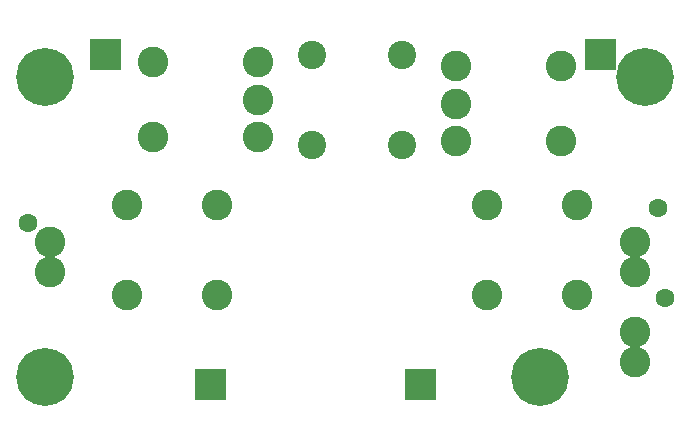
<source format=gbr>
%FSLAX34Y34*%
%MOMM*%
%LNSOLDERMASK_TOP*%
G71*
G01*
%ADD10C,2.600*%
%ADD11C,2.600*%
%ADD12C,2.400*%
%ADD13C,1.600*%
%ADD14C,4.900*%
%LPD*%
X120067Y190766D02*
G54D10*
D03*
X120017Y114516D02*
G54D10*
D03*
X120067Y190766D02*
G54D11*
D03*
X196258Y190692D02*
G54D10*
D03*
X120008Y190742D02*
G54D10*
D03*
X196257Y190692D02*
G54D11*
D03*
X196258Y190692D02*
G54D10*
D03*
X196208Y114442D02*
G54D10*
D03*
X196258Y190692D02*
G54D11*
D03*
X424867Y190766D02*
G54D10*
D03*
X424817Y114516D02*
G54D10*
D03*
X424867Y190766D02*
G54D11*
D03*
X501058Y190692D02*
G54D10*
D03*
X424808Y190742D02*
G54D10*
D03*
X501058Y190692D02*
G54D11*
D03*
X501058Y190692D02*
G54D10*
D03*
X501008Y114442D02*
G54D10*
D03*
X501058Y190692D02*
G54D11*
D03*
X54423Y159061D02*
G54D10*
D03*
X54423Y133661D02*
G54D10*
D03*
X549723Y159061D02*
G54D10*
D03*
X549723Y133661D02*
G54D10*
D03*
X549723Y82861D02*
G54D10*
D03*
X549723Y57461D02*
G54D10*
D03*
X352873Y241611D02*
G54D12*
D03*
X352873Y317811D02*
G54D12*
D03*
X276673Y317811D02*
G54D12*
D03*
X276673Y241611D02*
G54D12*
D03*
X141650Y311373D02*
G54D10*
D03*
X141650Y247873D02*
G54D10*
D03*
X230550Y311373D02*
G54D10*
D03*
X230550Y279623D02*
G54D10*
D03*
X230550Y247873D02*
G54D10*
D03*
X487090Y244580D02*
G54D10*
D03*
X487090Y308080D02*
G54D10*
D03*
X398190Y244580D02*
G54D10*
D03*
X398190Y276330D02*
G54D10*
D03*
X398190Y308080D02*
G54D10*
D03*
X569100Y187910D02*
G54D13*
D03*
X575450Y111710D02*
G54D13*
D03*
X35700Y175210D02*
G54D13*
D03*
X50800Y45200D02*
G54D14*
D03*
G36*
X177500Y51900D02*
X203500Y51900D01*
X203500Y25900D01*
X177500Y25900D01*
X177500Y51900D01*
G37*
G36*
X355300Y51900D02*
X381300Y51900D01*
X381300Y25900D01*
X355300Y25900D01*
X355300Y51900D01*
G37*
X469900Y45200D02*
G54D14*
D03*
X558800Y299200D02*
G54D14*
D03*
X50800Y299200D02*
G54D14*
D03*
G36*
X88600Y331300D02*
X114600Y331300D01*
X114600Y305300D01*
X88600Y305300D01*
X88600Y331300D01*
G37*
G36*
X507700Y331300D02*
X533700Y331300D01*
X533700Y305300D01*
X507700Y305300D01*
X507700Y331300D01*
G37*
M02*

</source>
